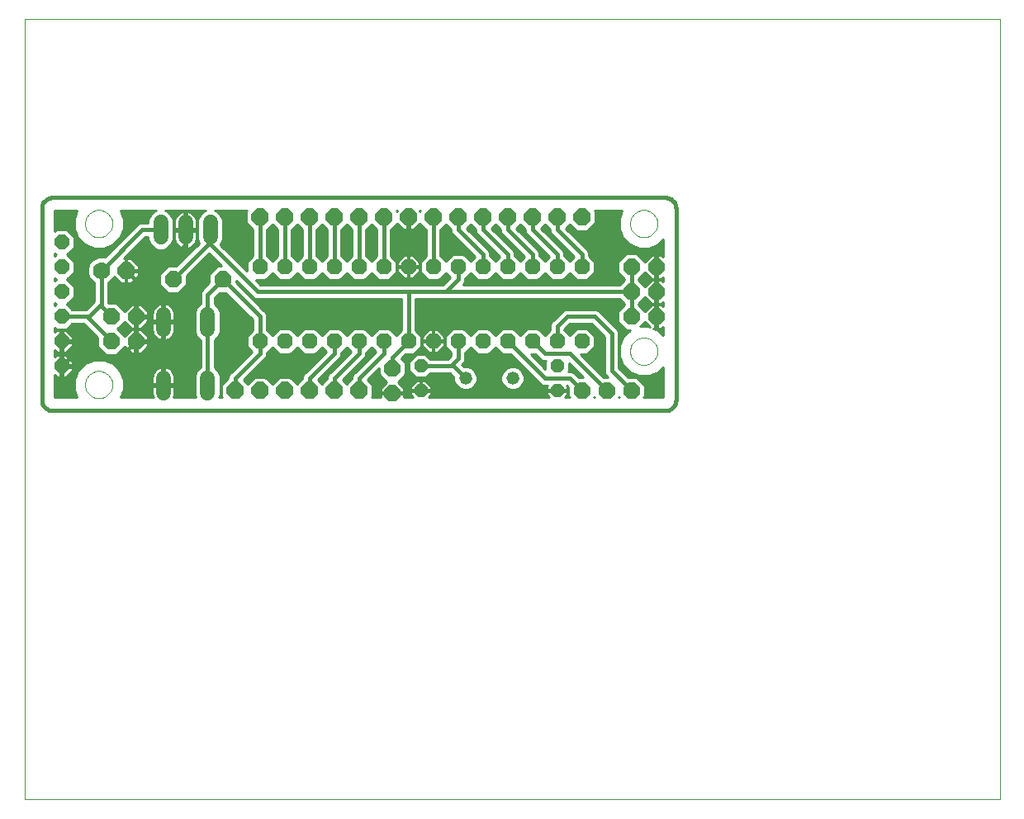
<source format=gtl>
G75*
G70*
%OFA0B0*%
%FSLAX24Y24*%
%IPPOS*%
%LPD*%
%AMOC8*
5,1,8,0,0,1.08239X$1,22.5*
%
%ADD10C,0.0000*%
%ADD11C,0.0160*%
%ADD12OC8,0.0630*%
%ADD13OC8,0.0660*%
%ADD14C,0.0600*%
%ADD15OC8,0.0700*%
%ADD16C,0.0700*%
%ADD17C,0.0520*%
%ADD18OC8,0.0520*%
%ADD19OC8,0.0600*%
%ADD20C,0.0100*%
D10*
X000101Y000101D02*
X000101Y031597D01*
X039471Y031597D01*
X039471Y000101D01*
X000101Y000101D01*
X002550Y016851D02*
X002552Y016898D01*
X002558Y016944D01*
X002568Y016990D01*
X002581Y017035D01*
X002599Y017078D01*
X002620Y017120D01*
X002644Y017160D01*
X002672Y017197D01*
X002703Y017232D01*
X002737Y017265D01*
X002773Y017294D01*
X002812Y017320D01*
X002853Y017343D01*
X002896Y017362D01*
X002940Y017378D01*
X002985Y017390D01*
X003031Y017398D01*
X003078Y017402D01*
X003124Y017402D01*
X003171Y017398D01*
X003217Y017390D01*
X003262Y017378D01*
X003306Y017362D01*
X003349Y017343D01*
X003390Y017320D01*
X003429Y017294D01*
X003465Y017265D01*
X003499Y017232D01*
X003530Y017197D01*
X003558Y017160D01*
X003582Y017120D01*
X003603Y017078D01*
X003621Y017035D01*
X003634Y016990D01*
X003644Y016944D01*
X003650Y016898D01*
X003652Y016851D01*
X003650Y016804D01*
X003644Y016758D01*
X003634Y016712D01*
X003621Y016667D01*
X003603Y016624D01*
X003582Y016582D01*
X003558Y016542D01*
X003530Y016505D01*
X003499Y016470D01*
X003465Y016437D01*
X003429Y016408D01*
X003390Y016382D01*
X003349Y016359D01*
X003306Y016340D01*
X003262Y016324D01*
X003217Y016312D01*
X003171Y016304D01*
X003124Y016300D01*
X003078Y016300D01*
X003031Y016304D01*
X002985Y016312D01*
X002940Y016324D01*
X002896Y016340D01*
X002853Y016359D01*
X002812Y016382D01*
X002773Y016408D01*
X002737Y016437D01*
X002703Y016470D01*
X002672Y016505D01*
X002644Y016542D01*
X002620Y016582D01*
X002599Y016624D01*
X002581Y016667D01*
X002568Y016712D01*
X002558Y016758D01*
X002552Y016804D01*
X002550Y016851D01*
X002550Y023351D02*
X002552Y023398D01*
X002558Y023444D01*
X002568Y023490D01*
X002581Y023535D01*
X002599Y023578D01*
X002620Y023620D01*
X002644Y023660D01*
X002672Y023697D01*
X002703Y023732D01*
X002737Y023765D01*
X002773Y023794D01*
X002812Y023820D01*
X002853Y023843D01*
X002896Y023862D01*
X002940Y023878D01*
X002985Y023890D01*
X003031Y023898D01*
X003078Y023902D01*
X003124Y023902D01*
X003171Y023898D01*
X003217Y023890D01*
X003262Y023878D01*
X003306Y023862D01*
X003349Y023843D01*
X003390Y023820D01*
X003429Y023794D01*
X003465Y023765D01*
X003499Y023732D01*
X003530Y023697D01*
X003558Y023660D01*
X003582Y023620D01*
X003603Y023578D01*
X003621Y023535D01*
X003634Y023490D01*
X003644Y023444D01*
X003650Y023398D01*
X003652Y023351D01*
X003650Y023304D01*
X003644Y023258D01*
X003634Y023212D01*
X003621Y023167D01*
X003603Y023124D01*
X003582Y023082D01*
X003558Y023042D01*
X003530Y023005D01*
X003499Y022970D01*
X003465Y022937D01*
X003429Y022908D01*
X003390Y022882D01*
X003349Y022859D01*
X003306Y022840D01*
X003262Y022824D01*
X003217Y022812D01*
X003171Y022804D01*
X003124Y022800D01*
X003078Y022800D01*
X003031Y022804D01*
X002985Y022812D01*
X002940Y022824D01*
X002896Y022840D01*
X002853Y022859D01*
X002812Y022882D01*
X002773Y022908D01*
X002737Y022937D01*
X002703Y022970D01*
X002672Y023005D01*
X002644Y023042D01*
X002620Y023082D01*
X002599Y023124D01*
X002581Y023167D01*
X002568Y023212D01*
X002558Y023258D01*
X002552Y023304D01*
X002550Y023351D01*
X024550Y023351D02*
X024552Y023398D01*
X024558Y023444D01*
X024568Y023490D01*
X024581Y023535D01*
X024599Y023578D01*
X024620Y023620D01*
X024644Y023660D01*
X024672Y023697D01*
X024703Y023732D01*
X024737Y023765D01*
X024773Y023794D01*
X024812Y023820D01*
X024853Y023843D01*
X024896Y023862D01*
X024940Y023878D01*
X024985Y023890D01*
X025031Y023898D01*
X025078Y023902D01*
X025124Y023902D01*
X025171Y023898D01*
X025217Y023890D01*
X025262Y023878D01*
X025306Y023862D01*
X025349Y023843D01*
X025390Y023820D01*
X025429Y023794D01*
X025465Y023765D01*
X025499Y023732D01*
X025530Y023697D01*
X025558Y023660D01*
X025582Y023620D01*
X025603Y023578D01*
X025621Y023535D01*
X025634Y023490D01*
X025644Y023444D01*
X025650Y023398D01*
X025652Y023351D01*
X025650Y023304D01*
X025644Y023258D01*
X025634Y023212D01*
X025621Y023167D01*
X025603Y023124D01*
X025582Y023082D01*
X025558Y023042D01*
X025530Y023005D01*
X025499Y022970D01*
X025465Y022937D01*
X025429Y022908D01*
X025390Y022882D01*
X025349Y022859D01*
X025306Y022840D01*
X025262Y022824D01*
X025217Y022812D01*
X025171Y022804D01*
X025124Y022800D01*
X025078Y022800D01*
X025031Y022804D01*
X024985Y022812D01*
X024940Y022824D01*
X024896Y022840D01*
X024853Y022859D01*
X024812Y022882D01*
X024773Y022908D01*
X024737Y022937D01*
X024703Y022970D01*
X024672Y023005D01*
X024644Y023042D01*
X024620Y023082D01*
X024599Y023124D01*
X024581Y023167D01*
X024568Y023212D01*
X024558Y023258D01*
X024552Y023304D01*
X024550Y023351D01*
X024550Y018201D02*
X024552Y018248D01*
X024558Y018294D01*
X024568Y018340D01*
X024581Y018385D01*
X024599Y018428D01*
X024620Y018470D01*
X024644Y018510D01*
X024672Y018547D01*
X024703Y018582D01*
X024737Y018615D01*
X024773Y018644D01*
X024812Y018670D01*
X024853Y018693D01*
X024896Y018712D01*
X024940Y018728D01*
X024985Y018740D01*
X025031Y018748D01*
X025078Y018752D01*
X025124Y018752D01*
X025171Y018748D01*
X025217Y018740D01*
X025262Y018728D01*
X025306Y018712D01*
X025349Y018693D01*
X025390Y018670D01*
X025429Y018644D01*
X025465Y018615D01*
X025499Y018582D01*
X025530Y018547D01*
X025558Y018510D01*
X025582Y018470D01*
X025603Y018428D01*
X025621Y018385D01*
X025634Y018340D01*
X025644Y018294D01*
X025650Y018248D01*
X025652Y018201D01*
X025650Y018154D01*
X025644Y018108D01*
X025634Y018062D01*
X025621Y018017D01*
X025603Y017974D01*
X025582Y017932D01*
X025558Y017892D01*
X025530Y017855D01*
X025499Y017820D01*
X025465Y017787D01*
X025429Y017758D01*
X025390Y017732D01*
X025349Y017709D01*
X025306Y017690D01*
X025262Y017674D01*
X025217Y017662D01*
X025171Y017654D01*
X025124Y017650D01*
X025078Y017650D01*
X025031Y017654D01*
X024985Y017662D01*
X024940Y017674D01*
X024896Y017690D01*
X024853Y017709D01*
X024812Y017732D01*
X024773Y017758D01*
X024737Y017787D01*
X024703Y017820D01*
X024672Y017855D01*
X024644Y017892D01*
X024620Y017932D01*
X024599Y017974D01*
X024581Y018017D01*
X024568Y018062D01*
X024558Y018108D01*
X024552Y018154D01*
X024550Y018201D01*
D11*
X023801Y018901D02*
X023101Y019601D01*
X022001Y019601D01*
X021601Y019201D01*
X021601Y018601D01*
X021101Y018101D02*
X022101Y018101D01*
X023601Y016601D01*
X023801Y017401D02*
X023801Y018901D01*
X024601Y019601D02*
X024601Y020601D01*
X024601Y021601D01*
X024601Y020601D02*
X017101Y020601D01*
X017601Y021101D01*
X017601Y021601D01*
X018601Y021601D02*
X018601Y022101D01*
X017601Y023101D01*
X017601Y023601D01*
X018601Y023601D02*
X018601Y023101D01*
X019601Y022101D01*
X019601Y021601D01*
X020601Y021601D02*
X020601Y022101D01*
X019601Y023101D01*
X019601Y023601D01*
X020601Y023601D02*
X020601Y023101D01*
X021601Y022101D01*
X021601Y021601D01*
X022601Y021601D02*
X022601Y022101D01*
X021601Y023101D01*
X021601Y023601D01*
X025977Y024401D02*
X026016Y024399D01*
X026055Y024394D01*
X026093Y024385D01*
X026130Y024372D01*
X026166Y024357D01*
X026200Y024337D01*
X026233Y024315D01*
X026263Y024290D01*
X026290Y024263D01*
X026315Y024233D01*
X026337Y024200D01*
X026357Y024166D01*
X026372Y024130D01*
X026385Y024093D01*
X026394Y024055D01*
X026399Y024016D01*
X026401Y023977D01*
X026401Y016225D01*
X026399Y016186D01*
X026394Y016147D01*
X026385Y016109D01*
X026372Y016072D01*
X026357Y016036D01*
X026337Y016002D01*
X026315Y015969D01*
X026290Y015939D01*
X026263Y015912D01*
X026233Y015887D01*
X026200Y015865D01*
X026166Y015845D01*
X026130Y015830D01*
X026093Y015817D01*
X026055Y015808D01*
X026016Y015803D01*
X025977Y015801D01*
X001225Y015801D01*
X001186Y015803D01*
X001147Y015808D01*
X001109Y015817D01*
X001072Y015830D01*
X001036Y015845D01*
X001002Y015865D01*
X000969Y015887D01*
X000939Y015912D01*
X000912Y015939D01*
X000887Y015969D01*
X000865Y016002D01*
X000845Y016036D01*
X000830Y016072D01*
X000817Y016109D01*
X000808Y016147D01*
X000803Y016186D01*
X000801Y016225D01*
X000801Y023977D01*
X000803Y024016D01*
X000808Y024055D01*
X000817Y024093D01*
X000830Y024130D01*
X000845Y024166D01*
X000865Y024200D01*
X000887Y024233D01*
X000912Y024263D01*
X000939Y024290D01*
X000969Y024315D01*
X001002Y024337D01*
X001036Y024357D01*
X001072Y024372D01*
X001109Y024385D01*
X001147Y024394D01*
X001186Y024399D01*
X001225Y024401D01*
X025977Y024401D01*
X020601Y018601D02*
X021101Y018101D01*
X021101Y017101D02*
X022101Y017101D01*
X022601Y016601D01*
X023801Y017401D02*
X024601Y016601D01*
X021101Y017101D02*
X019601Y018601D01*
X017601Y018601D02*
X017601Y017901D01*
X017301Y017601D01*
X017401Y017601D01*
X017901Y017101D01*
X017301Y017601D02*
X016101Y017601D01*
X015601Y018601D02*
X015601Y020601D01*
X017101Y020601D01*
X016601Y021601D02*
X016601Y023601D01*
X014601Y023601D02*
X014601Y021601D01*
X013601Y021601D02*
X013601Y023601D01*
X012601Y023601D02*
X012601Y021601D01*
X011601Y021601D02*
X011601Y023601D01*
X010601Y023601D02*
X010601Y021601D01*
X009601Y021601D02*
X009601Y023601D01*
X007601Y023101D02*
X007601Y022601D01*
X007601Y022501D01*
X009501Y020601D01*
X015601Y020601D01*
X015601Y018601D02*
X014951Y017951D01*
X014951Y017501D01*
X014601Y018101D02*
X013601Y017101D01*
X013601Y016601D01*
X012601Y016601D02*
X012601Y017101D01*
X013601Y018101D01*
X013601Y018601D01*
X014601Y018601D02*
X014601Y018101D01*
X012601Y018101D02*
X011601Y017101D01*
X011601Y016601D01*
X012601Y018101D02*
X012601Y018601D01*
X009601Y018601D02*
X009601Y018101D01*
X008601Y017101D01*
X008601Y016601D01*
X007491Y016821D02*
X007491Y019381D01*
X007491Y020491D01*
X008101Y021101D01*
X009601Y019601D01*
X009601Y018601D01*
X006101Y021101D02*
X007601Y022601D01*
X006601Y022501D02*
X006601Y023101D01*
X006601Y022501D02*
X004951Y020851D01*
X005711Y020091D01*
X005711Y019381D01*
X005711Y016821D01*
X004601Y018601D02*
X003901Y017901D01*
X003201Y017901D01*
X002501Y018601D01*
X001601Y018601D01*
X001901Y017901D02*
X003201Y017901D01*
X003601Y018601D02*
X002601Y019601D01*
X002701Y019601D01*
X003201Y020101D01*
X003201Y021451D01*
X004851Y023101D01*
X005601Y023101D01*
X004201Y021451D02*
X004601Y021051D01*
X004601Y020501D01*
X004951Y020851D01*
X004601Y020501D02*
X004601Y019601D01*
X004601Y018601D01*
X003601Y019601D02*
X003201Y020001D01*
X003201Y020101D01*
X002601Y019601D02*
X001601Y019601D01*
X001901Y017901D02*
X001601Y017601D01*
D12*
X009601Y018601D03*
X010601Y018601D03*
X011601Y018601D03*
X012601Y018601D03*
X013601Y018601D03*
X014601Y018601D03*
X015601Y018601D03*
X016601Y018601D03*
X017601Y018601D03*
X018601Y018601D03*
X019601Y018601D03*
X020601Y018601D03*
X021601Y018601D03*
X022601Y018601D03*
X022601Y021601D03*
X021601Y021601D03*
X020601Y021601D03*
X019601Y021601D03*
X018601Y021601D03*
X017601Y021601D03*
X016601Y021601D03*
X015601Y021601D03*
X014601Y021601D03*
X013601Y021601D03*
X012601Y021601D03*
X011601Y021601D03*
X010601Y021601D03*
X009601Y021601D03*
D13*
X008101Y021101D03*
X006101Y021101D03*
X004601Y019601D03*
X003601Y019601D03*
X003601Y018601D03*
X004601Y018601D03*
X014951Y017501D03*
X014951Y016501D03*
X022601Y016601D03*
X023601Y016601D03*
X024601Y016601D03*
X024601Y019601D03*
X025601Y019601D03*
X025601Y020601D03*
X024601Y020601D03*
X024601Y021601D03*
X025601Y021601D03*
D14*
X007601Y022801D02*
X007601Y023401D01*
X006601Y023401D02*
X006601Y022801D01*
X005601Y022801D02*
X005601Y023401D01*
X005711Y019681D02*
X005711Y019081D01*
X007491Y019081D02*
X007491Y019681D01*
X007491Y017121D02*
X007491Y016521D01*
X005711Y016521D02*
X005711Y017121D01*
D15*
X008601Y016601D03*
X009601Y016601D03*
X010601Y016601D03*
X011601Y016601D03*
X012601Y016601D03*
X013601Y016601D03*
X013601Y023601D03*
X014601Y023601D03*
X015601Y023601D03*
X016601Y023601D03*
X017601Y023601D03*
X018601Y023601D03*
X019601Y023601D03*
X020601Y023601D03*
X021601Y023601D03*
X022601Y023601D03*
X012601Y023601D03*
X011601Y023601D03*
X010601Y023601D03*
X009601Y023601D03*
X004201Y021451D03*
D16*
X003201Y021451D03*
D17*
X017901Y017101D03*
X019801Y017101D03*
D18*
X021601Y017601D03*
X021601Y016601D03*
X016101Y016601D03*
X016101Y017601D03*
D19*
X001601Y017601D03*
X001601Y018601D03*
X001601Y019601D03*
X001601Y020601D03*
X001601Y021601D03*
X001601Y022601D03*
D20*
X001960Y022963D02*
X002178Y022963D01*
X002137Y023061D02*
X001861Y023061D01*
X001812Y023111D02*
X001390Y023111D01*
X001331Y023052D01*
X001331Y023871D01*
X002233Y023871D01*
X002100Y023550D01*
X002100Y023152D01*
X002252Y022784D01*
X002534Y022502D01*
X002902Y022350D01*
X003300Y022350D01*
X003668Y022502D01*
X003950Y022784D01*
X004102Y023152D01*
X004102Y023550D01*
X003969Y023871D01*
X005403Y023871D01*
X005312Y023833D01*
X005168Y023690D01*
X005091Y023502D01*
X005091Y023391D01*
X004908Y023391D01*
X004793Y023391D01*
X004686Y023347D01*
X003339Y021999D01*
X003312Y022011D01*
X003089Y022011D01*
X002884Y021926D01*
X002726Y021768D01*
X002641Y021562D01*
X002641Y021339D01*
X002726Y021134D01*
X002884Y020976D01*
X002911Y020965D01*
X002911Y020221D01*
X002581Y019891D01*
X002543Y019891D01*
X002032Y019891D01*
X001822Y020101D01*
X002111Y020390D01*
X002111Y020812D01*
X001822Y021101D01*
X002111Y021390D01*
X002111Y021812D01*
X001822Y022101D01*
X002111Y022390D01*
X002111Y022812D01*
X001812Y023111D01*
X002100Y023160D02*
X001331Y023160D01*
X001331Y023258D02*
X002100Y023258D01*
X002100Y023357D02*
X001331Y023357D01*
X001331Y023456D02*
X002100Y023456D01*
X002101Y023554D02*
X001331Y023554D01*
X001331Y023653D02*
X002142Y023653D01*
X002183Y023751D02*
X001331Y023751D01*
X001331Y023850D02*
X002224Y023850D01*
X002219Y022864D02*
X002058Y022864D01*
X002111Y022766D02*
X002270Y022766D01*
X002368Y022667D02*
X002111Y022667D01*
X002111Y022569D02*
X002467Y022569D01*
X002611Y022470D02*
X002111Y022470D01*
X002093Y022372D02*
X002849Y022372D01*
X003009Y021977D02*
X001945Y021977D01*
X002044Y021879D02*
X002837Y021879D01*
X002738Y021780D02*
X002111Y021780D01*
X002111Y021682D02*
X002690Y021682D01*
X002650Y021583D02*
X002111Y021583D01*
X002111Y021485D02*
X002641Y021485D01*
X002641Y021386D02*
X002107Y021386D01*
X002009Y021288D02*
X002662Y021288D01*
X002703Y021189D02*
X001910Y021189D01*
X001832Y021091D02*
X002769Y021091D01*
X002868Y020992D02*
X001931Y020992D01*
X002029Y020893D02*
X002911Y020893D01*
X002911Y020795D02*
X002111Y020795D01*
X002111Y020696D02*
X002911Y020696D01*
X002911Y020598D02*
X002111Y020598D01*
X002111Y020499D02*
X002911Y020499D01*
X002911Y020401D02*
X002111Y020401D01*
X002023Y020302D02*
X002911Y020302D01*
X002894Y020204D02*
X001925Y020204D01*
X001826Y020105D02*
X002795Y020105D01*
X002696Y020007D02*
X001916Y020007D01*
X002015Y019908D02*
X002598Y019908D01*
X002481Y019311D02*
X002032Y019311D01*
X001812Y019091D01*
X001390Y019091D01*
X001331Y019150D01*
X001331Y018967D01*
X001414Y019051D01*
X001551Y019051D01*
X001551Y018651D01*
X001651Y018651D01*
X001651Y019051D01*
X001787Y019051D01*
X002051Y018787D01*
X002051Y018651D01*
X001651Y018651D01*
X001651Y018551D01*
X002051Y018551D01*
X002051Y018414D01*
X001787Y018151D01*
X001651Y018151D01*
X001651Y018551D01*
X001551Y018551D01*
X001551Y018151D01*
X001414Y018151D01*
X001331Y018234D01*
X001331Y017967D01*
X001414Y018051D01*
X001551Y018051D01*
X001551Y017651D01*
X001651Y017651D01*
X001651Y018051D01*
X001787Y018051D01*
X002051Y017787D01*
X002051Y017651D01*
X001651Y017651D01*
X001651Y017551D01*
X002051Y017551D01*
X002051Y017414D01*
X001787Y017151D01*
X001651Y017151D01*
X001651Y017551D01*
X001551Y017551D01*
X001551Y017151D01*
X001414Y017151D01*
X001331Y017234D01*
X001331Y016331D01*
X002233Y016331D01*
X002100Y016652D01*
X002100Y017050D01*
X001331Y017050D01*
X001331Y016952D02*
X002100Y016952D01*
X002100Y017050D02*
X002252Y017418D01*
X002534Y017700D01*
X002902Y017852D01*
X003300Y017852D01*
X003668Y017700D01*
X003950Y017418D01*
X004102Y017050D01*
X004102Y016652D01*
X003969Y016331D01*
X005303Y016331D01*
X005294Y016348D01*
X005272Y016415D01*
X005261Y016485D01*
X005261Y016771D01*
X005661Y016771D01*
X005661Y016871D01*
X005661Y017568D01*
X005605Y017560D01*
X005538Y017538D01*
X005475Y017506D01*
X005418Y017464D01*
X005368Y017414D01*
X005326Y017357D01*
X005294Y017294D01*
X005272Y017226D01*
X005261Y017156D01*
X005261Y016871D01*
X005661Y016871D01*
X005761Y016871D01*
X005761Y017568D01*
X005816Y017560D01*
X005884Y017538D01*
X005947Y017506D01*
X006004Y017464D01*
X006054Y017414D01*
X006096Y017357D01*
X006128Y017294D01*
X006150Y017226D01*
X006161Y017156D01*
X006161Y016871D01*
X005761Y016871D01*
X005761Y016771D01*
X006161Y016771D01*
X006161Y016485D01*
X006150Y016415D01*
X006128Y016348D01*
X006119Y016331D01*
X007017Y016331D01*
X006981Y016419D01*
X006981Y017222D01*
X007058Y017410D01*
X007201Y017552D01*
X007201Y018650D01*
X007058Y018792D01*
X006981Y018979D01*
X006981Y019782D01*
X007058Y019970D01*
X007201Y020112D01*
X007201Y020433D01*
X007201Y020548D01*
X007245Y020655D01*
X007561Y020971D01*
X007561Y021324D01*
X007877Y021641D01*
X008051Y021641D01*
X007551Y022141D01*
X006641Y021231D01*
X006641Y020877D01*
X006324Y020561D01*
X005877Y020561D01*
X005561Y020877D01*
X005561Y021324D01*
X005877Y021641D01*
X006231Y021641D01*
X007149Y022559D01*
X007091Y022699D01*
X007091Y023502D01*
X007168Y023690D01*
X007312Y023833D01*
X007403Y023871D01*
X005799Y023871D01*
X005890Y023833D01*
X006033Y023690D01*
X006111Y023502D01*
X006111Y022699D01*
X006033Y022512D01*
X005890Y022368D01*
X005702Y022291D01*
X005499Y022291D01*
X005312Y022368D01*
X005168Y022512D01*
X005091Y022699D01*
X005091Y022811D01*
X004971Y022811D01*
X004111Y021951D01*
X004171Y021951D01*
X004171Y021481D01*
X004231Y021481D01*
X004231Y021951D01*
X004408Y021951D01*
X004701Y021658D01*
X004701Y021481D01*
X004231Y021481D01*
X004231Y021421D01*
X004701Y021421D01*
X004701Y021244D01*
X004408Y020951D01*
X004231Y020951D01*
X004231Y021421D01*
X004171Y021421D01*
X004171Y020951D01*
X003994Y020951D01*
X003715Y021229D01*
X003676Y021134D01*
X003518Y020976D01*
X003491Y020965D01*
X003491Y020158D01*
X003491Y020141D01*
X003824Y020141D01*
X004141Y019824D01*
X004141Y019819D01*
X004402Y020081D01*
X004551Y020081D01*
X004551Y019651D01*
X004651Y019651D01*
X004651Y020081D01*
X004800Y020081D01*
X005081Y019800D01*
X005081Y019651D01*
X004651Y019651D01*
X004651Y019551D01*
X005081Y019551D01*
X005081Y019402D01*
X004800Y019121D01*
X004651Y019121D01*
X004651Y019551D01*
X004551Y019551D01*
X004551Y019121D01*
X004402Y019121D01*
X004141Y019382D01*
X004141Y019377D01*
X003864Y019101D01*
X004141Y018824D01*
X004145Y018824D01*
X004141Y018824D02*
X004141Y018819D01*
X004402Y019081D01*
X004551Y019081D01*
X004551Y018651D01*
X004651Y018651D01*
X004651Y019081D01*
X004800Y019081D01*
X005081Y018800D01*
X005081Y018651D01*
X004651Y018651D01*
X004651Y018551D01*
X005081Y018551D01*
X005081Y018402D01*
X004800Y018121D01*
X004651Y018121D01*
X004651Y018551D01*
X004551Y018551D01*
X004551Y018121D01*
X004402Y018121D01*
X004141Y018382D01*
X004141Y018377D01*
X003824Y018061D01*
X003377Y018061D01*
X003061Y018377D01*
X003061Y018731D01*
X002481Y019311D01*
X002573Y019218D02*
X001939Y019218D01*
X001841Y019120D02*
X002672Y019120D01*
X002770Y019021D02*
X001817Y019021D01*
X001915Y018923D02*
X002869Y018923D01*
X002967Y018824D02*
X002014Y018824D01*
X002051Y018725D02*
X003061Y018725D01*
X003061Y018627D02*
X001651Y018627D01*
X001651Y018725D02*
X001551Y018725D01*
X001551Y018824D02*
X001651Y018824D01*
X001651Y018923D02*
X001551Y018923D01*
X001551Y019021D02*
X001651Y019021D01*
X001385Y019021D02*
X001331Y019021D01*
X001331Y019120D02*
X001361Y019120D01*
X001551Y018528D02*
X001651Y018528D01*
X001651Y018430D02*
X001551Y018430D01*
X001551Y018331D02*
X001651Y018331D01*
X001651Y018233D02*
X001551Y018233D01*
X001551Y018036D02*
X001651Y018036D01*
X001651Y017937D02*
X001551Y017937D01*
X001551Y017839D02*
X001651Y017839D01*
X001651Y017740D02*
X001551Y017740D01*
X001651Y017641D02*
X002476Y017641D01*
X002377Y017543D02*
X002051Y017543D01*
X002051Y017444D02*
X002279Y017444D01*
X002222Y017346D02*
X001982Y017346D01*
X001884Y017247D02*
X002181Y017247D01*
X002141Y017149D02*
X001331Y017149D01*
X001551Y017247D02*
X001651Y017247D01*
X001651Y017346D02*
X001551Y017346D01*
X001551Y017444D02*
X001651Y017444D01*
X001651Y017543D02*
X001551Y017543D01*
X001399Y018036D02*
X001331Y018036D01*
X001331Y018134D02*
X003304Y018134D01*
X003205Y018233D02*
X001869Y018233D01*
X001968Y018331D02*
X003107Y018331D01*
X003061Y018430D02*
X002051Y018430D01*
X002051Y018528D02*
X003061Y018528D01*
X002869Y017839D02*
X001999Y017839D01*
X002051Y017740D02*
X002631Y017740D01*
X003332Y017839D02*
X007201Y017839D01*
X007201Y017937D02*
X001901Y017937D01*
X001802Y018036D02*
X007201Y018036D01*
X007201Y018134D02*
X004813Y018134D01*
X004912Y018233D02*
X007201Y018233D01*
X007201Y018331D02*
X005010Y018331D01*
X005081Y018430D02*
X007201Y018430D01*
X007201Y018528D02*
X005081Y018528D01*
X005081Y018725D02*
X005434Y018725D01*
X005418Y018738D02*
X005475Y018696D01*
X005538Y018664D01*
X005605Y018642D01*
X005661Y018633D01*
X005661Y019331D01*
X005761Y019331D01*
X005761Y019431D01*
X006161Y019431D01*
X006161Y019716D01*
X006150Y019786D01*
X006128Y019854D01*
X006096Y019917D01*
X006054Y019974D01*
X006004Y020024D01*
X005947Y020066D01*
X005884Y020098D01*
X005816Y020120D01*
X005761Y020128D01*
X005761Y019431D01*
X005661Y019431D01*
X005661Y020128D01*
X005605Y020120D01*
X005538Y020098D01*
X005475Y020066D01*
X005418Y020024D01*
X005368Y019974D01*
X005326Y019917D01*
X005294Y019854D01*
X005272Y019786D01*
X005261Y019716D01*
X005261Y019431D01*
X005661Y019431D01*
X005661Y019331D01*
X005261Y019331D01*
X005261Y019045D01*
X005272Y018975D01*
X005294Y018908D01*
X005326Y018845D01*
X005368Y018788D01*
X005418Y018738D01*
X005341Y018824D02*
X005056Y018824D01*
X004958Y018923D02*
X005289Y018923D01*
X005265Y019021D02*
X004859Y019021D01*
X004897Y019218D02*
X005261Y019218D01*
X005261Y019120D02*
X003883Y019120D01*
X003944Y019021D02*
X004342Y019021D01*
X004244Y018923D02*
X004043Y018923D01*
X003982Y019218D02*
X004305Y019218D01*
X004206Y019317D02*
X004080Y019317D01*
X004551Y019317D02*
X004651Y019317D01*
X004651Y019415D02*
X004551Y019415D01*
X004551Y019514D02*
X004651Y019514D01*
X004651Y019612D02*
X005261Y019612D01*
X005261Y019514D02*
X005081Y019514D01*
X005081Y019415D02*
X005661Y019415D01*
X005661Y019317D02*
X005761Y019317D01*
X005761Y019331D02*
X005761Y018633D01*
X005816Y018642D01*
X005884Y018664D01*
X005947Y018696D01*
X006004Y018738D01*
X006054Y018788D01*
X006096Y018845D01*
X006128Y018908D01*
X006150Y018975D01*
X006161Y019045D01*
X006161Y019331D01*
X005761Y019331D01*
X005761Y019415D02*
X006981Y019415D01*
X006981Y019317D02*
X006161Y019317D01*
X006161Y019218D02*
X006981Y019218D01*
X006981Y019120D02*
X006161Y019120D01*
X006157Y019021D02*
X006981Y019021D01*
X007004Y018923D02*
X006132Y018923D01*
X006080Y018824D02*
X007045Y018824D01*
X007125Y018725D02*
X005987Y018725D01*
X005761Y018725D02*
X005661Y018725D01*
X005661Y018824D02*
X005761Y018824D01*
X005761Y018923D02*
X005661Y018923D01*
X005661Y019021D02*
X005761Y019021D01*
X005761Y019120D02*
X005661Y019120D01*
X005661Y019218D02*
X005761Y019218D01*
X005761Y019514D02*
X005661Y019514D01*
X005661Y019612D02*
X005761Y019612D01*
X005761Y019711D02*
X005661Y019711D01*
X005661Y019809D02*
X005761Y019809D01*
X005761Y019908D02*
X005661Y019908D01*
X005661Y020007D02*
X005761Y020007D01*
X005761Y020105D02*
X005661Y020105D01*
X005560Y020105D02*
X003860Y020105D01*
X003959Y020007D02*
X004328Y020007D01*
X004229Y019908D02*
X004057Y019908D01*
X004551Y019908D02*
X004651Y019908D01*
X004651Y019809D02*
X004551Y019809D01*
X004551Y019711D02*
X004651Y019711D01*
X004651Y020007D02*
X004551Y020007D01*
X004874Y020007D02*
X005400Y020007D01*
X005322Y019908D02*
X004972Y019908D01*
X005071Y019809D02*
X005279Y019809D01*
X005261Y019711D02*
X005081Y019711D01*
X004996Y019317D02*
X005261Y019317D01*
X004651Y019218D02*
X004551Y019218D01*
X004551Y019021D02*
X004651Y019021D01*
X004651Y018923D02*
X004551Y018923D01*
X004551Y018824D02*
X004651Y018824D01*
X004651Y018725D02*
X004551Y018725D01*
X004651Y018627D02*
X007201Y018627D01*
X007781Y018627D02*
X009076Y018627D01*
X009076Y018725D02*
X007857Y018725D01*
X007923Y018792D02*
X007781Y018650D01*
X007781Y017552D01*
X007923Y017410D01*
X008001Y017222D01*
X008001Y016419D01*
X007964Y016331D01*
X008079Y016331D01*
X008041Y016369D01*
X008041Y016833D01*
X008311Y017103D01*
X008311Y017158D01*
X008355Y017265D01*
X008436Y017347D01*
X009275Y018185D01*
X009076Y018383D01*
X009076Y018818D01*
X009311Y019053D01*
X009311Y019481D01*
X008231Y020561D01*
X007971Y020561D01*
X007781Y020371D01*
X007781Y020112D01*
X007923Y019970D01*
X008001Y019782D01*
X008001Y018979D01*
X007923Y018792D01*
X007936Y018824D02*
X009082Y018824D01*
X009180Y018923D02*
X007977Y018923D01*
X008001Y019021D02*
X009279Y019021D01*
X009311Y019120D02*
X008001Y019120D01*
X008001Y019218D02*
X009311Y019218D01*
X009311Y019317D02*
X008001Y019317D01*
X008001Y019415D02*
X009311Y019415D01*
X009278Y019514D02*
X008001Y019514D01*
X008001Y019612D02*
X009179Y019612D01*
X009081Y019711D02*
X008001Y019711D01*
X007989Y019809D02*
X008982Y019809D01*
X008883Y019908D02*
X007949Y019908D01*
X007886Y020007D02*
X008785Y020007D01*
X008686Y020105D02*
X007788Y020105D01*
X007781Y020204D02*
X008588Y020204D01*
X008489Y020302D02*
X007781Y020302D01*
X007811Y020401D02*
X008391Y020401D01*
X008292Y020499D02*
X007909Y020499D01*
X007483Y020893D02*
X006641Y020893D01*
X006641Y020992D02*
X007561Y020992D01*
X007561Y021091D02*
X006641Y021091D01*
X006641Y021189D02*
X007561Y021189D01*
X007561Y021288D02*
X006698Y021288D01*
X006796Y021386D02*
X007623Y021386D01*
X007721Y021485D02*
X006895Y021485D01*
X006993Y021583D02*
X007820Y021583D01*
X008010Y021682D02*
X007092Y021682D01*
X007190Y021780D02*
X007911Y021780D01*
X007813Y021879D02*
X007289Y021879D01*
X007387Y021977D02*
X007714Y021977D01*
X007615Y022076D02*
X007486Y022076D01*
X007060Y022470D02*
X006906Y022470D01*
X006894Y022458D02*
X006944Y022508D01*
X006986Y022565D01*
X007018Y022628D01*
X007040Y022695D01*
X007051Y022765D01*
X007051Y023051D01*
X006651Y023051D01*
X006651Y023151D01*
X007051Y023151D01*
X007051Y023436D01*
X007040Y023506D01*
X007018Y023574D01*
X006986Y023637D01*
X006944Y023694D01*
X006894Y023744D01*
X006837Y023786D01*
X006774Y023818D01*
X006706Y023840D01*
X006651Y023848D01*
X006651Y023151D01*
X006551Y023151D01*
X006551Y023848D01*
X006495Y023840D01*
X006428Y023818D01*
X006365Y023786D01*
X006308Y023744D01*
X006258Y023694D01*
X006216Y023637D01*
X006184Y023574D01*
X006162Y023506D01*
X006151Y023436D01*
X006151Y023151D01*
X006551Y023151D01*
X006551Y023051D01*
X006651Y023051D01*
X006651Y022353D01*
X006706Y022362D01*
X006774Y022384D01*
X006837Y022416D01*
X006894Y022458D01*
X006961Y022372D02*
X006736Y022372D01*
X006651Y022372D02*
X006551Y022372D01*
X006551Y022353D02*
X006551Y023051D01*
X006151Y023051D01*
X006151Y022765D01*
X006162Y022695D01*
X006184Y022628D01*
X006216Y022565D01*
X006258Y022508D01*
X006308Y022458D01*
X006365Y022416D01*
X006428Y022384D01*
X006495Y022362D01*
X006551Y022353D01*
X006465Y022372D02*
X005893Y022372D01*
X005991Y022470D02*
X006295Y022470D01*
X006214Y022569D02*
X006057Y022569D01*
X006097Y022667D02*
X006171Y022667D01*
X006151Y022766D02*
X006111Y022766D01*
X006111Y022864D02*
X006151Y022864D01*
X006151Y022963D02*
X006111Y022963D01*
X006111Y023061D02*
X006551Y023061D01*
X006551Y022963D02*
X006651Y022963D01*
X006651Y023061D02*
X007091Y023061D01*
X007091Y022963D02*
X007051Y022963D01*
X007051Y022864D02*
X007091Y022864D01*
X007091Y022766D02*
X007051Y022766D01*
X007031Y022667D02*
X007104Y022667D01*
X007145Y022569D02*
X006988Y022569D01*
X006863Y022273D02*
X004433Y022273D01*
X004335Y022174D02*
X006764Y022174D01*
X006666Y022076D02*
X004236Y022076D01*
X004137Y021977D02*
X006567Y021977D01*
X006469Y021879D02*
X004480Y021879D01*
X004578Y021780D02*
X006370Y021780D01*
X006272Y021682D02*
X004677Y021682D01*
X004701Y021583D02*
X005820Y021583D01*
X005721Y021485D02*
X004701Y021485D01*
X004701Y021386D02*
X005623Y021386D01*
X005561Y021288D02*
X004701Y021288D01*
X004646Y021189D02*
X005561Y021189D01*
X005561Y021091D02*
X004548Y021091D01*
X004449Y020992D02*
X005561Y020992D01*
X005561Y020893D02*
X003491Y020893D01*
X003491Y020795D02*
X005643Y020795D01*
X005742Y020696D02*
X003491Y020696D01*
X003491Y020598D02*
X005840Y020598D01*
X005861Y020105D02*
X007194Y020105D01*
X007201Y020204D02*
X003491Y020204D01*
X003491Y020302D02*
X007201Y020302D01*
X007201Y020401D02*
X003491Y020401D01*
X003491Y020499D02*
X007201Y020499D01*
X007221Y020598D02*
X006361Y020598D01*
X006460Y020696D02*
X007286Y020696D01*
X007385Y020795D02*
X006559Y020795D01*
X007095Y020007D02*
X006021Y020007D01*
X006100Y019908D02*
X007033Y019908D01*
X006992Y019809D02*
X006142Y019809D01*
X006161Y019711D02*
X006981Y019711D01*
X006981Y019612D02*
X006161Y019612D01*
X006161Y019514D02*
X006981Y019514D01*
X007781Y018528D02*
X009076Y018528D01*
X009076Y018430D02*
X007781Y018430D01*
X007781Y018331D02*
X009128Y018331D01*
X009226Y018233D02*
X007781Y018233D01*
X007781Y018134D02*
X009224Y018134D01*
X009126Y018036D02*
X007781Y018036D01*
X007781Y017937D02*
X009027Y017937D01*
X008929Y017839D02*
X007781Y017839D01*
X007781Y017740D02*
X008830Y017740D01*
X008731Y017641D02*
X007781Y017641D01*
X007790Y017543D02*
X008633Y017543D01*
X008534Y017444D02*
X007888Y017444D01*
X007950Y017346D02*
X008436Y017346D01*
X008348Y017247D02*
X007990Y017247D01*
X008001Y017149D02*
X008311Y017149D01*
X008258Y017050D02*
X008001Y017050D01*
X008001Y016952D02*
X008160Y016952D01*
X008061Y016853D02*
X008001Y016853D01*
X008001Y016755D02*
X008041Y016755D01*
X008041Y016656D02*
X008001Y016656D01*
X008001Y016558D02*
X008041Y016558D01*
X008041Y016459D02*
X008001Y016459D01*
X007976Y016360D02*
X008049Y016360D01*
X008952Y017042D02*
X009847Y017936D01*
X009891Y018043D01*
X009891Y018148D01*
X010101Y018358D01*
X010383Y018076D01*
X010818Y018076D01*
X011101Y018358D01*
X011383Y018076D01*
X011818Y018076D01*
X012101Y018358D01*
X012275Y018185D01*
X011437Y017347D01*
X011436Y017347D01*
X011355Y017265D01*
X011311Y017158D01*
X011311Y017103D01*
X011101Y016893D01*
X010833Y017161D01*
X010369Y017161D01*
X010101Y016893D01*
X009833Y017161D01*
X009369Y017161D01*
X009101Y016893D01*
X008952Y017042D01*
X008960Y017050D02*
X009258Y017050D01*
X009160Y016952D02*
X009042Y016952D01*
X009059Y017149D02*
X009357Y017149D01*
X009256Y017346D02*
X011436Y017346D01*
X011348Y017247D02*
X009157Y017247D01*
X009354Y017444D02*
X011534Y017444D01*
X011633Y017543D02*
X009453Y017543D01*
X009552Y017641D02*
X011731Y017641D01*
X011830Y017740D02*
X009650Y017740D01*
X009749Y017839D02*
X011929Y017839D01*
X012027Y017937D02*
X009847Y017937D01*
X009888Y018036D02*
X012126Y018036D01*
X012224Y018134D02*
X011877Y018134D01*
X011975Y018233D02*
X012226Y018233D01*
X012128Y018331D02*
X012074Y018331D01*
X012101Y018843D02*
X011818Y019126D01*
X011383Y019126D01*
X011101Y018843D01*
X010818Y019126D01*
X010383Y019126D01*
X010101Y018843D01*
X009891Y019053D01*
X009891Y019658D01*
X009847Y019765D01*
X009765Y019847D01*
X008641Y020971D01*
X008641Y021051D01*
X009336Y020355D01*
X009443Y020311D01*
X009558Y020311D01*
X015311Y020311D01*
X015311Y019053D01*
X015101Y018843D01*
X014818Y019126D01*
X014383Y019126D01*
X014101Y018843D01*
X013818Y019126D01*
X013383Y019126D01*
X013101Y018843D01*
X012818Y019126D01*
X012383Y019126D01*
X012101Y018843D01*
X012180Y018923D02*
X012021Y018923D01*
X011923Y019021D02*
X012279Y019021D01*
X012377Y019120D02*
X011824Y019120D01*
X011377Y019120D02*
X010824Y019120D01*
X010923Y019021D02*
X011279Y019021D01*
X011180Y018923D02*
X011021Y018923D01*
X010377Y019120D02*
X009891Y019120D01*
X009891Y019218D02*
X015311Y019218D01*
X015311Y019120D02*
X014824Y019120D01*
X014923Y019021D02*
X015279Y019021D01*
X015180Y018923D02*
X015021Y018923D01*
X015311Y019317D02*
X009891Y019317D01*
X009891Y019415D02*
X015311Y019415D01*
X015311Y019514D02*
X009891Y019514D01*
X009891Y019612D02*
X015311Y019612D01*
X015311Y019711D02*
X009869Y019711D01*
X009802Y019809D02*
X015311Y019809D01*
X015311Y019908D02*
X009704Y019908D01*
X009605Y020007D02*
X015311Y020007D01*
X015311Y020105D02*
X009507Y020105D01*
X009408Y020204D02*
X015311Y020204D01*
X015311Y020302D02*
X009309Y020302D01*
X009291Y020401D02*
X009211Y020401D01*
X009192Y020499D02*
X009112Y020499D01*
X009094Y020598D02*
X009014Y020598D01*
X008995Y020696D02*
X008915Y020696D01*
X008897Y020795D02*
X008817Y020795D01*
X008798Y020893D02*
X008718Y020893D01*
X008699Y020992D02*
X008641Y020992D01*
X009076Y021436D02*
X008016Y022495D01*
X008033Y022512D01*
X008111Y022699D01*
X008111Y023502D01*
X008033Y023690D01*
X007890Y023833D01*
X007799Y023871D01*
X009079Y023871D01*
X009041Y023833D01*
X009041Y023369D01*
X009311Y023099D01*
X009311Y022053D01*
X009076Y021818D01*
X009076Y021436D01*
X009076Y021485D02*
X009027Y021485D01*
X009076Y021583D02*
X008928Y021583D01*
X008830Y021682D02*
X009076Y021682D01*
X009076Y021780D02*
X008731Y021780D01*
X008633Y021879D02*
X009136Y021879D01*
X009235Y021977D02*
X008534Y021977D01*
X008436Y022076D02*
X009311Y022076D01*
X009311Y022174D02*
X008337Y022174D01*
X008239Y022273D02*
X009311Y022273D01*
X009311Y022372D02*
X008140Y022372D01*
X008042Y022470D02*
X009311Y022470D01*
X009311Y022569D02*
X008057Y022569D01*
X008097Y022667D02*
X009311Y022667D01*
X009311Y022766D02*
X008111Y022766D01*
X008111Y022864D02*
X009311Y022864D01*
X009311Y022963D02*
X008111Y022963D01*
X008111Y023061D02*
X009311Y023061D01*
X009250Y023160D02*
X008111Y023160D01*
X008111Y023258D02*
X009151Y023258D01*
X009053Y023357D02*
X008111Y023357D01*
X008111Y023456D02*
X009041Y023456D01*
X009041Y023554D02*
X008089Y023554D01*
X008048Y023653D02*
X009041Y023653D01*
X009041Y023751D02*
X007972Y023751D01*
X007850Y023850D02*
X009058Y023850D01*
X009891Y023099D02*
X010101Y023309D01*
X010311Y023099D01*
X010311Y022053D01*
X010101Y021843D01*
X009891Y022053D01*
X009891Y023099D01*
X009891Y023061D02*
X010311Y023061D01*
X010311Y022963D02*
X009891Y022963D01*
X009891Y022864D02*
X010311Y022864D01*
X010311Y022766D02*
X009891Y022766D01*
X009891Y022667D02*
X010311Y022667D01*
X010311Y022569D02*
X009891Y022569D01*
X009891Y022470D02*
X010311Y022470D01*
X010311Y022372D02*
X009891Y022372D01*
X009891Y022273D02*
X010311Y022273D01*
X010311Y022174D02*
X009891Y022174D01*
X009891Y022076D02*
X010311Y022076D01*
X010235Y021977D02*
X009967Y021977D01*
X010065Y021879D02*
X010136Y021879D01*
X010101Y021358D02*
X010383Y021076D01*
X010818Y021076D01*
X011101Y021358D01*
X011383Y021076D01*
X011818Y021076D01*
X012101Y021358D01*
X012383Y021076D01*
X012818Y021076D01*
X013101Y021358D01*
X013383Y021076D01*
X013818Y021076D01*
X014101Y021358D01*
X014383Y021076D01*
X014818Y021076D01*
X015126Y021383D01*
X015126Y021818D01*
X014891Y022053D01*
X014891Y023099D01*
X015143Y023351D01*
X015394Y023101D01*
X015551Y023101D01*
X015551Y023551D01*
X015651Y023551D01*
X015651Y023101D01*
X015808Y023101D01*
X016058Y023351D01*
X016311Y023099D01*
X016311Y022053D01*
X016076Y021818D01*
X016076Y021383D01*
X016383Y021076D01*
X016818Y021076D01*
X017101Y021358D01*
X017275Y021185D01*
X016981Y020891D01*
X015658Y020891D01*
X015543Y020891D01*
X009621Y020891D01*
X009436Y021076D01*
X009818Y021076D01*
X010101Y021358D01*
X010171Y021288D02*
X010030Y021288D01*
X009931Y021189D02*
X010270Y021189D01*
X010369Y021091D02*
X009833Y021091D01*
X009618Y020893D02*
X016983Y020893D01*
X017082Y020992D02*
X009520Y020992D01*
X010833Y021091D02*
X011369Y021091D01*
X011270Y021189D02*
X010931Y021189D01*
X011030Y021288D02*
X011171Y021288D01*
X011101Y021843D02*
X011311Y022053D01*
X011311Y023099D01*
X011101Y023309D01*
X010891Y023099D01*
X010891Y022053D01*
X011101Y021843D01*
X011065Y021879D02*
X011136Y021879D01*
X011235Y021977D02*
X010967Y021977D01*
X010891Y022076D02*
X011311Y022076D01*
X011311Y022174D02*
X010891Y022174D01*
X010891Y022273D02*
X011311Y022273D01*
X011311Y022372D02*
X010891Y022372D01*
X010891Y022470D02*
X011311Y022470D01*
X011311Y022569D02*
X010891Y022569D01*
X010891Y022667D02*
X011311Y022667D01*
X011311Y022766D02*
X010891Y022766D01*
X010891Y022864D02*
X011311Y022864D01*
X011311Y022963D02*
X010891Y022963D01*
X010891Y023061D02*
X011311Y023061D01*
X011250Y023160D02*
X010952Y023160D01*
X011050Y023258D02*
X011151Y023258D01*
X011891Y023099D02*
X012101Y023309D01*
X012311Y023099D01*
X012311Y022053D01*
X012101Y021843D01*
X011891Y022053D01*
X011891Y023099D01*
X011891Y023061D02*
X012311Y023061D01*
X012311Y022963D02*
X011891Y022963D01*
X011891Y022864D02*
X012311Y022864D01*
X012311Y022766D02*
X011891Y022766D01*
X011891Y022667D02*
X012311Y022667D01*
X012311Y022569D02*
X011891Y022569D01*
X011891Y022470D02*
X012311Y022470D01*
X012311Y022372D02*
X011891Y022372D01*
X011891Y022273D02*
X012311Y022273D01*
X012311Y022174D02*
X011891Y022174D01*
X011891Y022076D02*
X012311Y022076D01*
X012235Y021977D02*
X011967Y021977D01*
X012065Y021879D02*
X012136Y021879D01*
X012171Y021288D02*
X012030Y021288D01*
X011931Y021189D02*
X012270Y021189D01*
X012369Y021091D02*
X011833Y021091D01*
X012833Y021091D02*
X013369Y021091D01*
X013270Y021189D02*
X012931Y021189D01*
X013030Y021288D02*
X013171Y021288D01*
X013101Y021843D02*
X013311Y022053D01*
X013311Y023099D01*
X013101Y023309D01*
X012891Y023099D01*
X012891Y022053D01*
X013101Y021843D01*
X013065Y021879D02*
X013136Y021879D01*
X013235Y021977D02*
X012967Y021977D01*
X012891Y022076D02*
X013311Y022076D01*
X013311Y022174D02*
X012891Y022174D01*
X012891Y022273D02*
X013311Y022273D01*
X013311Y022372D02*
X012891Y022372D01*
X012891Y022470D02*
X013311Y022470D01*
X013311Y022569D02*
X012891Y022569D01*
X012891Y022667D02*
X013311Y022667D01*
X013311Y022766D02*
X012891Y022766D01*
X012891Y022864D02*
X013311Y022864D01*
X013311Y022963D02*
X012891Y022963D01*
X012891Y023061D02*
X013311Y023061D01*
X013250Y023160D02*
X012952Y023160D01*
X013050Y023258D02*
X013151Y023258D01*
X013891Y023099D02*
X014101Y023309D01*
X014311Y023099D01*
X014311Y022053D01*
X014101Y021843D01*
X013891Y022053D01*
X013891Y023099D01*
X013891Y023061D02*
X014311Y023061D01*
X014311Y022963D02*
X013891Y022963D01*
X013891Y022864D02*
X014311Y022864D01*
X014311Y022766D02*
X013891Y022766D01*
X013891Y022667D02*
X014311Y022667D01*
X014311Y022569D02*
X013891Y022569D01*
X013891Y022470D02*
X014311Y022470D01*
X014311Y022372D02*
X013891Y022372D01*
X013891Y022273D02*
X014311Y022273D01*
X014311Y022174D02*
X013891Y022174D01*
X013891Y022076D02*
X014311Y022076D01*
X014235Y021977D02*
X013967Y021977D01*
X014065Y021879D02*
X014136Y021879D01*
X014171Y021288D02*
X014030Y021288D01*
X013931Y021189D02*
X014270Y021189D01*
X014369Y021091D02*
X013833Y021091D01*
X014833Y021091D02*
X016369Y021091D01*
X016270Y021189D02*
X015847Y021189D01*
X015793Y021136D02*
X016066Y021408D01*
X016066Y021571D01*
X015631Y021571D01*
X015631Y021631D01*
X016066Y021631D01*
X016066Y021793D01*
X015793Y022066D01*
X015631Y022066D01*
X015631Y021631D01*
X015571Y021631D01*
X015571Y022066D01*
X015408Y022066D01*
X015136Y021793D01*
X015136Y021631D01*
X015571Y021631D01*
X015571Y021571D01*
X015631Y021571D01*
X015631Y021136D01*
X015793Y021136D01*
X015631Y021189D02*
X015571Y021189D01*
X015571Y021136D02*
X015571Y021571D01*
X015136Y021571D01*
X015136Y021408D01*
X015408Y021136D01*
X015571Y021136D01*
X015571Y021288D02*
X015631Y021288D01*
X015631Y021386D02*
X015571Y021386D01*
X015571Y021485D02*
X015631Y021485D01*
X015631Y021583D02*
X016076Y021583D01*
X016066Y021485D02*
X016076Y021485D01*
X016076Y021386D02*
X016044Y021386D01*
X015945Y021288D02*
X016171Y021288D01*
X016076Y021682D02*
X016066Y021682D01*
X016066Y021780D02*
X016076Y021780D01*
X016136Y021879D02*
X015980Y021879D01*
X015882Y021977D02*
X016235Y021977D01*
X016311Y022076D02*
X014891Y022076D01*
X014891Y022174D02*
X016311Y022174D01*
X016311Y022273D02*
X014891Y022273D01*
X014891Y022372D02*
X016311Y022372D01*
X016311Y022470D02*
X014891Y022470D01*
X014891Y022569D02*
X016311Y022569D01*
X016311Y022667D02*
X014891Y022667D01*
X014891Y022766D02*
X016311Y022766D01*
X016311Y022864D02*
X014891Y022864D01*
X014891Y022963D02*
X016311Y022963D01*
X016311Y023061D02*
X014891Y023061D01*
X014952Y023160D02*
X015335Y023160D01*
X015236Y023258D02*
X015050Y023258D01*
X015551Y023258D02*
X015651Y023258D01*
X015651Y023160D02*
X015551Y023160D01*
X015551Y023357D02*
X015651Y023357D01*
X015651Y023456D02*
X015551Y023456D01*
X015867Y023160D02*
X016250Y023160D01*
X016151Y023258D02*
X015966Y023258D01*
X016058Y023850D02*
X016038Y023871D01*
X016079Y023871D01*
X016058Y023850D01*
X015164Y023871D02*
X015123Y023871D01*
X015143Y023850D01*
X015164Y023871D01*
X014250Y023160D02*
X013952Y023160D01*
X014050Y023258D02*
X014151Y023258D01*
X014967Y021977D02*
X015320Y021977D01*
X015221Y021879D02*
X015065Y021879D01*
X015126Y021780D02*
X015136Y021780D01*
X015126Y021682D02*
X015136Y021682D01*
X015126Y021583D02*
X015571Y021583D01*
X015571Y021682D02*
X015631Y021682D01*
X015631Y021780D02*
X015571Y021780D01*
X015571Y021879D02*
X015631Y021879D01*
X015631Y021977D02*
X015571Y021977D01*
X015136Y021485D02*
X015126Y021485D01*
X015126Y021386D02*
X015158Y021386D01*
X015256Y021288D02*
X015030Y021288D01*
X014931Y021189D02*
X015355Y021189D01*
X015891Y020311D02*
X017043Y020311D01*
X017158Y020311D01*
X024127Y020311D01*
X024311Y020127D01*
X024311Y020074D01*
X024061Y019824D01*
X024061Y019377D01*
X024377Y019061D01*
X024561Y019061D01*
X024534Y019050D01*
X024252Y018768D01*
X024100Y018400D01*
X024100Y018002D01*
X024252Y017634D01*
X024534Y017352D01*
X024902Y017200D01*
X025300Y017200D01*
X025668Y017352D01*
X025871Y017555D01*
X025871Y016331D01*
X025094Y016331D01*
X025141Y016377D01*
X025141Y016824D01*
X024824Y017141D01*
X024471Y017141D01*
X024091Y017521D01*
X024091Y018843D01*
X024091Y018958D01*
X024047Y019065D01*
X023347Y019765D01*
X023265Y019847D01*
X023158Y019891D01*
X022058Y019891D01*
X021943Y019891D01*
X021836Y019847D01*
X021436Y019447D01*
X021355Y019365D01*
X021311Y019258D01*
X021311Y019053D01*
X021101Y018843D01*
X020818Y019126D01*
X020383Y019126D01*
X020101Y018843D01*
X019818Y019126D01*
X019383Y019126D01*
X019101Y018843D01*
X018818Y019126D01*
X018383Y019126D01*
X018101Y018843D01*
X017818Y019126D01*
X017383Y019126D01*
X017076Y018818D01*
X017076Y018383D01*
X017311Y018148D01*
X017311Y018021D01*
X017181Y017891D01*
X016475Y017891D01*
X016295Y018071D01*
X015906Y018071D01*
X015631Y017795D01*
X015631Y017406D01*
X015906Y017131D01*
X016295Y017131D01*
X016475Y017311D01*
X017243Y017311D01*
X017281Y017311D01*
X017431Y017161D01*
X017431Y017007D01*
X017502Y016835D01*
X017635Y016702D01*
X017807Y016631D01*
X017994Y016631D01*
X018167Y016702D01*
X018299Y016835D01*
X018371Y017007D01*
X018371Y017194D01*
X018299Y017367D01*
X018167Y017499D01*
X017994Y017571D01*
X017841Y017571D01*
X017761Y017651D01*
X017847Y017736D01*
X017891Y017843D01*
X017891Y017958D01*
X017891Y018148D01*
X018101Y018358D01*
X018383Y018076D01*
X018818Y018076D01*
X019101Y018358D01*
X019383Y018076D01*
X019716Y018076D01*
X020855Y016936D01*
X020936Y016855D01*
X021043Y016811D01*
X021231Y016811D01*
X021191Y016771D01*
X021191Y016631D01*
X021571Y016631D01*
X021571Y016571D01*
X021191Y016571D01*
X021191Y016431D01*
X021291Y016331D01*
X016411Y016331D01*
X016511Y016431D01*
X016511Y016571D01*
X016131Y016571D01*
X016131Y016631D01*
X016071Y016631D01*
X016071Y017011D01*
X015931Y017011D01*
X015691Y016771D01*
X015691Y016631D01*
X016071Y016631D01*
X016071Y016571D01*
X015691Y016571D01*
X015691Y016431D01*
X015791Y016331D01*
X015431Y016331D01*
X015431Y016471D01*
X014981Y016471D01*
X014981Y016531D01*
X015431Y016531D01*
X015431Y016700D01*
X015169Y016961D01*
X015174Y016961D01*
X015491Y017277D01*
X015491Y017724D01*
X015313Y017903D01*
X015486Y018076D01*
X015818Y018076D01*
X016126Y018383D01*
X016126Y018818D01*
X015891Y019053D01*
X015891Y020311D01*
X015891Y020302D02*
X024136Y020302D01*
X024234Y020204D02*
X015891Y020204D01*
X015891Y020105D02*
X024311Y020105D01*
X024243Y020007D02*
X015891Y020007D01*
X015891Y019908D02*
X024144Y019908D01*
X024061Y019809D02*
X023302Y019809D01*
X023401Y019711D02*
X024061Y019711D01*
X024061Y019612D02*
X023499Y019612D01*
X023598Y019514D02*
X024061Y019514D01*
X024061Y019415D02*
X023696Y019415D01*
X023795Y019317D02*
X024121Y019317D01*
X024220Y019218D02*
X023893Y019218D01*
X023992Y019120D02*
X024318Y019120D01*
X024505Y019021D02*
X024065Y019021D01*
X024091Y018923D02*
X024407Y018923D01*
X024308Y018824D02*
X024091Y018824D01*
X024091Y018725D02*
X024234Y018725D01*
X024194Y018627D02*
X024091Y018627D01*
X024091Y018528D02*
X024153Y018528D01*
X024112Y018430D02*
X024091Y018430D01*
X024091Y018331D02*
X024100Y018331D01*
X024091Y018233D02*
X024100Y018233D01*
X024091Y018134D02*
X024100Y018134D01*
X024091Y018036D02*
X024100Y018036D01*
X024091Y017937D02*
X024126Y017937D01*
X024091Y017839D02*
X024167Y017839D01*
X024208Y017740D02*
X024091Y017740D01*
X024091Y017641D02*
X024249Y017641D01*
X024343Y017543D02*
X024091Y017543D01*
X024167Y017444D02*
X024441Y017444D01*
X024548Y017346D02*
X024266Y017346D01*
X024364Y017247D02*
X024786Y017247D01*
X024915Y017050D02*
X025871Y017050D01*
X025871Y016952D02*
X025013Y016952D01*
X025112Y016853D02*
X025871Y016853D01*
X025871Y016755D02*
X025141Y016755D01*
X025141Y016656D02*
X025871Y016656D01*
X025871Y016558D02*
X025141Y016558D01*
X025141Y016459D02*
X025871Y016459D01*
X025871Y016360D02*
X025124Y016360D01*
X025415Y017247D02*
X025871Y017247D01*
X025871Y017149D02*
X024463Y017149D01*
X023651Y017141D02*
X023471Y017141D01*
X022536Y018076D01*
X022818Y018076D01*
X023126Y018383D01*
X023126Y018818D01*
X022818Y019126D01*
X022383Y019126D01*
X022101Y018843D01*
X021891Y019053D01*
X021891Y019081D01*
X022121Y019311D01*
X022981Y019311D01*
X023511Y018781D01*
X023511Y017343D01*
X023555Y017236D01*
X023636Y017155D01*
X023651Y017141D01*
X023643Y017149D02*
X023463Y017149D01*
X023550Y017247D02*
X023364Y017247D01*
X023266Y017346D02*
X023511Y017346D01*
X023511Y017444D02*
X023167Y017444D01*
X023069Y017543D02*
X023511Y017543D01*
X023511Y017641D02*
X022970Y017641D01*
X022872Y017740D02*
X023511Y017740D01*
X023511Y017839D02*
X022773Y017839D01*
X022675Y017937D02*
X023511Y017937D01*
X023511Y018036D02*
X022576Y018036D01*
X022877Y018134D02*
X023511Y018134D01*
X023511Y018233D02*
X022975Y018233D01*
X023074Y018331D02*
X023511Y018331D01*
X023511Y018430D02*
X023126Y018430D01*
X023126Y018528D02*
X023511Y018528D01*
X023511Y018627D02*
X023126Y018627D01*
X023126Y018725D02*
X023511Y018725D01*
X023467Y018824D02*
X023120Y018824D01*
X023021Y018923D02*
X023369Y018923D01*
X023270Y019021D02*
X022923Y019021D01*
X022824Y019120D02*
X023172Y019120D01*
X023073Y019218D02*
X022028Y019218D01*
X021930Y019120D02*
X022377Y019120D01*
X022279Y019021D02*
X021923Y019021D01*
X022021Y018923D02*
X022180Y018923D01*
X021504Y019514D02*
X015891Y019514D01*
X015891Y019612D02*
X021602Y019612D01*
X021701Y019711D02*
X015891Y019711D01*
X015891Y019809D02*
X021799Y019809D01*
X021405Y019415D02*
X015891Y019415D01*
X015891Y019317D02*
X021335Y019317D01*
X021311Y019218D02*
X015891Y019218D01*
X015891Y019120D02*
X017377Y019120D01*
X017279Y019021D02*
X016838Y019021D01*
X016793Y019066D02*
X016631Y019066D01*
X016631Y018631D01*
X017066Y018631D01*
X017066Y018793D01*
X016793Y019066D01*
X016631Y019021D02*
X016571Y019021D01*
X016571Y019066D02*
X016408Y019066D01*
X016136Y018793D01*
X016136Y018631D01*
X016571Y018631D01*
X016571Y019066D01*
X016571Y018923D02*
X016631Y018923D01*
X016631Y018824D02*
X016571Y018824D01*
X016571Y018725D02*
X016631Y018725D01*
X016631Y018631D02*
X016571Y018631D01*
X016571Y018571D01*
X016631Y018571D01*
X016631Y018631D01*
X016631Y018627D02*
X017076Y018627D01*
X017066Y018571D02*
X016631Y018571D01*
X016631Y018136D01*
X016793Y018136D01*
X017066Y018408D01*
X017066Y018571D01*
X017066Y018528D02*
X017076Y018528D01*
X017066Y018430D02*
X017076Y018430D01*
X017128Y018331D02*
X016989Y018331D01*
X016890Y018233D02*
X017226Y018233D01*
X017311Y018134D02*
X015877Y018134D01*
X015871Y018036D02*
X015446Y018036D01*
X015347Y017937D02*
X015772Y017937D01*
X015674Y017839D02*
X015377Y017839D01*
X015475Y017740D02*
X015631Y017740D01*
X015631Y017641D02*
X015491Y017641D01*
X015491Y017543D02*
X015631Y017543D01*
X015631Y017444D02*
X015491Y017444D01*
X015491Y017346D02*
X015691Y017346D01*
X015790Y017247D02*
X015461Y017247D01*
X015362Y017149D02*
X015888Y017149D01*
X015872Y016952D02*
X015179Y016952D01*
X015264Y017050D02*
X017431Y017050D01*
X017431Y017149D02*
X016313Y017149D01*
X016412Y017247D02*
X017344Y017247D01*
X017454Y016952D02*
X016330Y016952D01*
X016271Y017011D02*
X016131Y017011D01*
X016131Y016631D01*
X016511Y016631D01*
X016511Y016771D01*
X016271Y017011D01*
X016131Y016952D02*
X016071Y016952D01*
X016071Y016853D02*
X016131Y016853D01*
X016131Y016755D02*
X016071Y016755D01*
X016071Y016656D02*
X016131Y016656D01*
X016428Y016853D02*
X017495Y016853D01*
X017582Y016755D02*
X016511Y016755D01*
X016511Y016656D02*
X017746Y016656D01*
X018055Y016656D02*
X019646Y016656D01*
X019707Y016631D02*
X019894Y016631D01*
X020067Y016702D01*
X020199Y016835D01*
X020271Y017007D01*
X020271Y017194D01*
X020199Y017367D01*
X020067Y017499D01*
X019894Y017571D01*
X019707Y017571D01*
X019535Y017499D01*
X019402Y017367D01*
X019331Y017194D01*
X019331Y017007D01*
X019402Y016835D01*
X019535Y016702D01*
X019707Y016631D01*
X019955Y016656D02*
X021191Y016656D01*
X021191Y016558D02*
X016511Y016558D01*
X016511Y016459D02*
X021191Y016459D01*
X021261Y016360D02*
X016440Y016360D01*
X015761Y016360D02*
X015431Y016360D01*
X015431Y016459D02*
X015691Y016459D01*
X015691Y016558D02*
X015431Y016558D01*
X015431Y016656D02*
X015691Y016656D01*
X015691Y016755D02*
X015376Y016755D01*
X015277Y016853D02*
X015773Y016853D01*
X014921Y016531D02*
X014921Y016471D01*
X014471Y016471D01*
X014471Y016331D01*
X014123Y016331D01*
X014161Y016369D01*
X014161Y016833D01*
X013952Y017042D01*
X014411Y017501D01*
X014411Y017277D01*
X014727Y016961D01*
X014732Y016961D01*
X014471Y016700D01*
X014471Y016531D01*
X014921Y016531D01*
X014624Y016853D02*
X014140Y016853D01*
X014161Y016755D02*
X014526Y016755D01*
X014471Y016656D02*
X014161Y016656D01*
X014161Y016558D02*
X014471Y016558D01*
X014471Y016459D02*
X014161Y016459D01*
X014152Y016360D02*
X014471Y016360D01*
X014723Y016952D02*
X014042Y016952D01*
X013960Y017050D02*
X014638Y017050D01*
X014539Y017149D02*
X014059Y017149D01*
X014157Y017247D02*
X014441Y017247D01*
X014411Y017346D02*
X014256Y017346D01*
X014354Y017444D02*
X014411Y017444D01*
X013929Y017839D02*
X013749Y017839D01*
X013830Y017740D02*
X013650Y017740D01*
X013731Y017641D02*
X013552Y017641D01*
X013633Y017543D02*
X013453Y017543D01*
X013534Y017444D02*
X013355Y017444D01*
X013436Y017347D02*
X013355Y017265D01*
X013311Y017158D01*
X013311Y017103D01*
X013101Y016893D01*
X012952Y017042D01*
X013847Y017936D01*
X013891Y018043D01*
X013891Y018148D01*
X014101Y018358D01*
X014275Y018185D01*
X013436Y017347D01*
X013436Y017346D02*
X013256Y017346D01*
X013348Y017247D02*
X013157Y017247D01*
X013059Y017149D02*
X013311Y017149D01*
X013258Y017050D02*
X012960Y017050D01*
X013042Y016952D02*
X013160Y016952D01*
X012633Y017543D02*
X012453Y017543D01*
X012534Y017444D02*
X012354Y017444D01*
X012436Y017347D02*
X012355Y017265D01*
X012311Y017158D01*
X012311Y017103D01*
X012101Y016893D01*
X011952Y017042D01*
X012765Y017855D01*
X012765Y017855D01*
X012847Y017936D01*
X012891Y018043D01*
X012891Y018148D01*
X013101Y018358D01*
X013275Y018185D01*
X012436Y017347D01*
X012436Y017346D02*
X012256Y017346D01*
X012348Y017247D02*
X012157Y017247D01*
X012059Y017149D02*
X012311Y017149D01*
X012258Y017050D02*
X011960Y017050D01*
X012042Y016952D02*
X012160Y016952D01*
X012552Y017641D02*
X012731Y017641D01*
X012650Y017740D02*
X012830Y017740D01*
X012749Y017839D02*
X012929Y017839D01*
X012847Y017937D02*
X013027Y017937D01*
X013126Y018036D02*
X012888Y018036D01*
X012891Y018134D02*
X013224Y018134D01*
X013226Y018233D02*
X012975Y018233D01*
X013074Y018331D02*
X013128Y018331D01*
X013847Y017937D02*
X014027Y017937D01*
X014126Y018036D02*
X013888Y018036D01*
X013891Y018134D02*
X014224Y018134D01*
X014226Y018233D02*
X013975Y018233D01*
X014074Y018331D02*
X014128Y018331D01*
X014180Y018923D02*
X014021Y018923D01*
X013923Y019021D02*
X014279Y019021D01*
X014377Y019120D02*
X013824Y019120D01*
X013377Y019120D02*
X012824Y019120D01*
X012923Y019021D02*
X013279Y019021D01*
X013180Y018923D02*
X013021Y018923D01*
X011325Y018134D02*
X010877Y018134D01*
X010975Y018233D02*
X011226Y018233D01*
X011128Y018331D02*
X011074Y018331D01*
X010325Y018134D02*
X009891Y018134D01*
X009975Y018233D02*
X010226Y018233D01*
X010128Y018331D02*
X010074Y018331D01*
X010021Y018923D02*
X010180Y018923D01*
X010279Y019021D02*
X009923Y019021D01*
X009845Y017149D02*
X010357Y017149D01*
X010258Y017050D02*
X009943Y017050D01*
X010042Y016952D02*
X010160Y016952D01*
X010845Y017149D02*
X011311Y017149D01*
X011258Y017050D02*
X010943Y017050D01*
X011042Y016952D02*
X011160Y016952D01*
X007192Y017543D02*
X005868Y017543D01*
X005761Y017543D02*
X005661Y017543D01*
X005661Y017444D02*
X005761Y017444D01*
X005761Y017346D02*
X005661Y017346D01*
X005661Y017247D02*
X005761Y017247D01*
X005761Y017149D02*
X005661Y017149D01*
X005661Y017050D02*
X005761Y017050D01*
X005761Y016952D02*
X005661Y016952D01*
X005661Y016853D02*
X004102Y016853D01*
X004102Y016755D02*
X005261Y016755D01*
X005261Y016656D02*
X004102Y016656D01*
X004063Y016558D02*
X005261Y016558D01*
X005265Y016459D02*
X004022Y016459D01*
X003981Y016360D02*
X005290Y016360D01*
X005261Y016952D02*
X004102Y016952D01*
X004102Y017050D02*
X005261Y017050D01*
X005261Y017149D02*
X004061Y017149D01*
X004020Y017247D02*
X005279Y017247D01*
X005320Y017346D02*
X003979Y017346D01*
X003923Y017444D02*
X005398Y017444D01*
X005554Y017543D02*
X003824Y017543D01*
X003726Y017641D02*
X007201Y017641D01*
X007201Y017740D02*
X003570Y017740D01*
X003898Y018134D02*
X004389Y018134D01*
X004290Y018233D02*
X003996Y018233D01*
X004095Y018331D02*
X004191Y018331D01*
X004551Y018331D02*
X004651Y018331D01*
X004651Y018233D02*
X004551Y018233D01*
X004551Y018134D02*
X004651Y018134D01*
X004651Y018430D02*
X004551Y018430D01*
X004551Y018528D02*
X004651Y018528D01*
X006024Y017444D02*
X007093Y017444D01*
X007032Y017346D02*
X006101Y017346D01*
X006143Y017247D02*
X006991Y017247D01*
X006981Y017149D02*
X006161Y017149D01*
X006161Y017050D02*
X006981Y017050D01*
X006981Y016952D02*
X006161Y016952D01*
X006161Y016755D02*
X006981Y016755D01*
X006981Y016853D02*
X005761Y016853D01*
X006161Y016656D02*
X006981Y016656D01*
X006981Y016558D02*
X006161Y016558D01*
X006157Y016459D02*
X006981Y016459D01*
X007005Y016360D02*
X006132Y016360D01*
X002220Y016360D02*
X001331Y016360D01*
X001331Y016459D02*
X002179Y016459D01*
X002139Y016558D02*
X001331Y016558D01*
X001331Y016656D02*
X002100Y016656D01*
X002100Y016755D02*
X001331Y016755D01*
X001331Y016853D02*
X002100Y016853D01*
X001331Y018233D02*
X001332Y018233D01*
X001331Y020052D02*
X001380Y020101D01*
X001331Y020150D01*
X001331Y020052D01*
X001331Y020105D02*
X001375Y020105D01*
X001331Y021052D02*
X001380Y021101D01*
X001331Y021150D01*
X001331Y021052D01*
X001331Y021091D02*
X001369Y021091D01*
X001331Y022052D02*
X001380Y022101D01*
X001331Y022150D01*
X001331Y022052D01*
X001331Y022076D02*
X001355Y022076D01*
X001847Y022076D02*
X003416Y022076D01*
X003514Y022174D02*
X001896Y022174D01*
X001994Y022273D02*
X003613Y022273D01*
X003711Y022372D02*
X003353Y022372D01*
X003591Y022470D02*
X003810Y022470D01*
X003735Y022569D02*
X003909Y022569D01*
X003833Y022667D02*
X004007Y022667D01*
X003932Y022766D02*
X004106Y022766D01*
X004204Y022864D02*
X003983Y022864D01*
X004024Y022963D02*
X004303Y022963D01*
X004401Y023061D02*
X004065Y023061D01*
X004102Y023160D02*
X004500Y023160D01*
X004598Y023258D02*
X004102Y023258D01*
X004102Y023357D02*
X004712Y023357D01*
X005091Y023456D02*
X004102Y023456D01*
X004100Y023554D02*
X005112Y023554D01*
X005153Y023653D02*
X004059Y023653D01*
X004019Y023751D02*
X005230Y023751D01*
X005352Y023850D02*
X003978Y023850D01*
X004926Y022766D02*
X005091Y022766D01*
X005104Y022667D02*
X004827Y022667D01*
X004729Y022569D02*
X005145Y022569D01*
X005210Y022470D02*
X004630Y022470D01*
X004532Y022372D02*
X005309Y022372D01*
X006111Y023160D02*
X006151Y023160D01*
X006151Y023258D02*
X006111Y023258D01*
X006111Y023357D02*
X006151Y023357D01*
X006154Y023456D02*
X006111Y023456D01*
X006089Y023554D02*
X006177Y023554D01*
X006228Y023653D02*
X006048Y023653D01*
X005972Y023751D02*
X006318Y023751D01*
X006551Y023751D02*
X006651Y023751D01*
X006651Y023653D02*
X006551Y023653D01*
X006551Y023554D02*
X006651Y023554D01*
X006651Y023456D02*
X006551Y023456D01*
X006551Y023357D02*
X006651Y023357D01*
X006651Y023258D02*
X006551Y023258D01*
X006551Y023160D02*
X006651Y023160D01*
X006651Y022864D02*
X006551Y022864D01*
X006551Y022766D02*
X006651Y022766D01*
X006651Y022667D02*
X006551Y022667D01*
X006551Y022569D02*
X006651Y022569D01*
X006651Y022470D02*
X006551Y022470D01*
X007051Y023160D02*
X007091Y023160D01*
X007091Y023258D02*
X007051Y023258D01*
X007051Y023357D02*
X007091Y023357D01*
X007091Y023456D02*
X007048Y023456D01*
X007024Y023554D02*
X007112Y023554D01*
X007153Y023653D02*
X006974Y023653D01*
X006884Y023751D02*
X007230Y023751D01*
X007352Y023850D02*
X005850Y023850D01*
X004231Y021879D02*
X004171Y021879D01*
X004171Y021780D02*
X004231Y021780D01*
X004231Y021682D02*
X004171Y021682D01*
X004171Y021583D02*
X004231Y021583D01*
X004231Y021485D02*
X004171Y021485D01*
X004171Y021386D02*
X004231Y021386D01*
X004231Y021288D02*
X004171Y021288D01*
X004171Y021189D02*
X004231Y021189D01*
X004231Y021091D02*
X004171Y021091D01*
X004171Y020992D02*
X004231Y020992D01*
X003952Y020992D02*
X003534Y020992D01*
X003632Y021091D02*
X003854Y021091D01*
X003755Y021189D02*
X003698Y021189D01*
X001340Y023061D02*
X001331Y023061D01*
X009952Y023160D02*
X010250Y023160D01*
X010151Y023258D02*
X010050Y023258D01*
X011952Y023160D02*
X012250Y023160D01*
X012151Y023258D02*
X012050Y023258D01*
X016891Y023099D02*
X016891Y022053D01*
X017101Y021843D01*
X017383Y022126D01*
X017818Y022126D01*
X018101Y021843D01*
X018275Y022017D01*
X017437Y022855D01*
X017436Y022855D01*
X017355Y022936D01*
X017311Y023043D01*
X017311Y023099D01*
X017101Y023309D01*
X016891Y023099D01*
X016891Y023061D02*
X017311Y023061D01*
X017344Y022963D02*
X016891Y022963D01*
X016891Y022864D02*
X017427Y022864D01*
X017526Y022766D02*
X016891Y022766D01*
X016891Y022667D02*
X017624Y022667D01*
X017723Y022569D02*
X016891Y022569D01*
X016891Y022470D02*
X017821Y022470D01*
X017920Y022372D02*
X016891Y022372D01*
X016891Y022273D02*
X018018Y022273D01*
X018117Y022174D02*
X016891Y022174D01*
X016891Y022076D02*
X017334Y022076D01*
X017235Y021977D02*
X016967Y021977D01*
X017065Y021879D02*
X017136Y021879D01*
X017172Y021288D02*
X017030Y021288D01*
X016931Y021189D02*
X017270Y021189D01*
X017180Y021091D02*
X016833Y021091D01*
X017801Y020891D02*
X017847Y020936D01*
X017891Y021043D01*
X017891Y021148D01*
X018101Y021358D01*
X018383Y021076D01*
X018818Y021076D01*
X019101Y021358D01*
X019383Y021076D01*
X019818Y021076D01*
X020101Y021358D01*
X020383Y021076D01*
X020818Y021076D01*
X021101Y021358D01*
X021383Y021076D01*
X021818Y021076D01*
X022101Y021358D01*
X022383Y021076D01*
X022818Y021076D01*
X023126Y021383D01*
X023126Y021818D01*
X022891Y022053D01*
X022891Y022158D01*
X022847Y022265D01*
X021952Y023160D01*
X022250Y023160D01*
X022348Y023061D02*
X022050Y023061D01*
X022149Y022963D02*
X024178Y022963D01*
X024137Y023061D02*
X022853Y023061D01*
X022833Y023041D02*
X023161Y023369D01*
X023161Y023833D01*
X023123Y023871D01*
X024233Y023871D01*
X024100Y023550D01*
X024100Y023152D01*
X024252Y022784D01*
X024534Y022502D01*
X024902Y022350D01*
X025300Y022350D01*
X025668Y022502D01*
X025871Y022705D01*
X025871Y022009D01*
X025800Y022081D01*
X025651Y022081D01*
X025651Y021651D01*
X025551Y021651D01*
X025551Y022081D01*
X025402Y022081D01*
X025141Y021819D01*
X025141Y021824D01*
X024824Y022141D01*
X024377Y022141D01*
X024061Y021824D01*
X024061Y021377D01*
X024311Y021127D01*
X024311Y021074D01*
X024127Y020891D01*
X017801Y020891D01*
X017804Y020893D02*
X024130Y020893D01*
X024228Y020992D02*
X017870Y020992D01*
X017891Y021091D02*
X018369Y021091D01*
X018270Y021189D02*
X017931Y021189D01*
X018030Y021288D02*
X018171Y021288D01*
X018136Y021879D02*
X018065Y021879D01*
X017967Y021977D02*
X018235Y021977D01*
X018216Y022076D02*
X017868Y022076D01*
X018444Y022667D02*
X018624Y022667D01*
X018543Y022569D02*
X018723Y022569D01*
X018642Y022470D02*
X018821Y022470D01*
X018740Y022372D02*
X018920Y022372D01*
X018839Y022273D02*
X019018Y022273D01*
X019117Y022174D02*
X018884Y022174D01*
X018891Y022158D02*
X018847Y022265D01*
X017952Y023160D01*
X018250Y023160D01*
X018311Y023099D02*
X018311Y023043D01*
X018355Y022936D01*
X019275Y022017D01*
X019101Y021843D01*
X018891Y022053D01*
X018891Y022158D01*
X018891Y022076D02*
X019215Y022076D01*
X019235Y021977D02*
X018967Y021977D01*
X019065Y021879D02*
X019136Y021879D01*
X019642Y022470D02*
X019821Y022470D01*
X019740Y022372D02*
X019920Y022372D01*
X019839Y022273D02*
X020018Y022273D01*
X020117Y022174D02*
X019884Y022174D01*
X019891Y022158D02*
X019847Y022265D01*
X018952Y023160D01*
X019250Y023160D01*
X019311Y023099D02*
X019101Y023309D01*
X018952Y023160D01*
X019050Y023258D02*
X019151Y023258D01*
X019050Y023061D02*
X019311Y023061D01*
X019311Y023043D02*
X019355Y022936D01*
X019436Y022855D01*
X020275Y022017D01*
X020101Y021843D01*
X019891Y022053D01*
X019891Y022158D01*
X019891Y022076D02*
X020215Y022076D01*
X020235Y021977D02*
X019967Y021977D01*
X020065Y021879D02*
X020136Y021879D01*
X020171Y021288D02*
X020030Y021288D01*
X019931Y021189D02*
X020270Y021189D01*
X020369Y021091D02*
X019833Y021091D01*
X019369Y021091D02*
X018833Y021091D01*
X018931Y021189D02*
X019270Y021189D01*
X019171Y021288D02*
X019030Y021288D01*
X019543Y022569D02*
X019723Y022569D01*
X019624Y022667D02*
X019444Y022667D01*
X019526Y022766D02*
X019346Y022766D01*
X019427Y022864D02*
X019247Y022864D01*
X019344Y022963D02*
X019149Y022963D01*
X019311Y023043D02*
X019311Y023099D01*
X019952Y023160D02*
X020101Y023309D01*
X020311Y023099D01*
X020311Y023043D01*
X020355Y022936D01*
X020436Y022855D01*
X021275Y022017D01*
X021101Y021843D01*
X020891Y022053D01*
X020891Y022158D01*
X020847Y022265D01*
X019952Y023160D01*
X020250Y023160D01*
X020311Y023061D02*
X020050Y023061D01*
X020149Y022963D02*
X020344Y022963D01*
X020427Y022864D02*
X020247Y022864D01*
X020346Y022766D02*
X020526Y022766D01*
X020444Y022667D02*
X020624Y022667D01*
X020543Y022569D02*
X020723Y022569D01*
X020642Y022470D02*
X020821Y022470D01*
X020740Y022372D02*
X020920Y022372D01*
X020839Y022273D02*
X021018Y022273D01*
X021117Y022174D02*
X020884Y022174D01*
X020891Y022076D02*
X021215Y022076D01*
X021235Y021977D02*
X020967Y021977D01*
X021065Y021879D02*
X021136Y021879D01*
X021642Y022470D02*
X021821Y022470D01*
X021740Y022372D02*
X021920Y022372D01*
X021839Y022273D02*
X022018Y022273D01*
X022117Y022174D02*
X021884Y022174D01*
X021891Y022158D02*
X021847Y022265D01*
X020952Y023160D01*
X021250Y023160D01*
X021311Y023099D02*
X021101Y023309D01*
X020952Y023160D01*
X021050Y023258D02*
X021151Y023258D01*
X021050Y023061D02*
X021311Y023061D01*
X021311Y023043D02*
X021355Y022936D01*
X021436Y022855D01*
X022275Y022017D01*
X022101Y021843D01*
X021891Y022053D01*
X021891Y022158D01*
X021891Y022076D02*
X022215Y022076D01*
X022235Y021977D02*
X021967Y021977D01*
X022065Y021879D02*
X022136Y021879D01*
X022171Y021288D02*
X022030Y021288D01*
X021931Y021189D02*
X022270Y021189D01*
X022369Y021091D02*
X021833Y021091D01*
X021369Y021091D02*
X020833Y021091D01*
X020931Y021189D02*
X021270Y021189D01*
X021171Y021288D02*
X021030Y021288D01*
X021543Y022569D02*
X021723Y022569D01*
X021624Y022667D02*
X021444Y022667D01*
X021526Y022766D02*
X021346Y022766D01*
X021427Y022864D02*
X021247Y022864D01*
X021344Y022963D02*
X021149Y022963D01*
X021311Y023043D02*
X021311Y023099D01*
X021952Y023160D02*
X022101Y023309D01*
X022369Y023041D01*
X022833Y023041D01*
X022952Y023160D02*
X024100Y023160D01*
X024100Y023258D02*
X023050Y023258D01*
X023149Y023357D02*
X024100Y023357D01*
X024100Y023456D02*
X023161Y023456D01*
X023161Y023554D02*
X024101Y023554D01*
X024142Y023653D02*
X023161Y023653D01*
X023161Y023751D02*
X024183Y023751D01*
X024224Y023850D02*
X023144Y023850D01*
X022151Y023258D02*
X022050Y023258D01*
X022247Y022864D02*
X024219Y022864D01*
X024270Y022766D02*
X022346Y022766D01*
X022444Y022667D02*
X024368Y022667D01*
X024467Y022569D02*
X022543Y022569D01*
X022642Y022470D02*
X024611Y022470D01*
X024849Y022372D02*
X022740Y022372D01*
X022839Y022273D02*
X025871Y022273D01*
X025871Y022174D02*
X022884Y022174D01*
X022891Y022076D02*
X024312Y022076D01*
X024214Y021977D02*
X022967Y021977D01*
X023065Y021879D02*
X024115Y021879D01*
X024061Y021780D02*
X023126Y021780D01*
X023126Y021682D02*
X024061Y021682D01*
X024061Y021583D02*
X023126Y021583D01*
X023126Y021485D02*
X024061Y021485D01*
X024061Y021386D02*
X023126Y021386D01*
X023030Y021288D02*
X024150Y021288D01*
X024249Y021189D02*
X022931Y021189D01*
X022833Y021091D02*
X024311Y021091D01*
X024891Y021091D02*
X025871Y021091D01*
X025800Y021081D02*
X025651Y021081D01*
X025651Y020651D01*
X025551Y020651D01*
X025551Y021081D01*
X025402Y021081D01*
X025141Y020819D01*
X025141Y020824D01*
X024891Y021074D01*
X024891Y021127D01*
X025141Y021377D01*
X025141Y021382D01*
X025402Y021121D01*
X025551Y021121D01*
X025551Y021551D01*
X025651Y021551D01*
X025651Y021121D01*
X025800Y021121D01*
X025871Y021192D01*
X025871Y021009D01*
X025800Y021081D01*
X025868Y021189D02*
X025871Y021189D01*
X025651Y021189D02*
X025551Y021189D01*
X025551Y021288D02*
X025651Y021288D01*
X025651Y021386D02*
X025551Y021386D01*
X025551Y021485D02*
X025651Y021485D01*
X025651Y021682D02*
X025551Y021682D01*
X025551Y021780D02*
X025651Y021780D01*
X025651Y021879D02*
X025551Y021879D01*
X025551Y021977D02*
X025651Y021977D01*
X025651Y022076D02*
X025551Y022076D01*
X025397Y022076D02*
X024889Y022076D01*
X024988Y021977D02*
X025299Y021977D01*
X025200Y021879D02*
X025086Y021879D01*
X025353Y022372D02*
X025871Y022372D01*
X025871Y022470D02*
X025591Y022470D01*
X025734Y022569D02*
X025871Y022569D01*
X025871Y022667D02*
X025833Y022667D01*
X025804Y022076D02*
X025871Y022076D01*
X025235Y021288D02*
X025051Y021288D01*
X024953Y021189D02*
X025334Y021189D01*
X025313Y020992D02*
X024973Y020992D01*
X025072Y020893D02*
X025215Y020893D01*
X025551Y020893D02*
X025651Y020893D01*
X025651Y020795D02*
X025551Y020795D01*
X025551Y020696D02*
X025651Y020696D01*
X025651Y020551D02*
X025651Y020121D01*
X025800Y020121D01*
X025871Y020192D01*
X025871Y020009D01*
X025800Y020081D01*
X025651Y020081D01*
X025651Y019651D01*
X025551Y019651D01*
X025551Y020081D01*
X025402Y020081D01*
X025141Y019819D01*
X025141Y019824D01*
X024891Y020074D01*
X024891Y020127D01*
X025141Y020377D01*
X025141Y020382D01*
X025402Y020121D01*
X025551Y020121D01*
X025551Y020551D01*
X025651Y020551D01*
X025651Y020499D02*
X025551Y020499D01*
X025551Y020401D02*
X025651Y020401D01*
X025651Y020302D02*
X025551Y020302D01*
X025551Y020204D02*
X025651Y020204D01*
X025651Y020007D02*
X025551Y020007D01*
X025551Y019908D02*
X025651Y019908D01*
X025651Y019809D02*
X025551Y019809D01*
X025551Y019711D02*
X025651Y019711D01*
X025651Y019551D02*
X025651Y019121D01*
X025800Y019121D01*
X025871Y019192D01*
X025871Y018847D01*
X025668Y019050D01*
X025496Y019121D01*
X025551Y019121D01*
X025551Y019551D01*
X025651Y019551D01*
X025651Y019514D02*
X025551Y019514D01*
X025551Y019415D02*
X025651Y019415D01*
X025651Y019317D02*
X025551Y019317D01*
X025551Y019218D02*
X025651Y019218D01*
X025499Y019120D02*
X025871Y019120D01*
X025871Y019021D02*
X025696Y019021D01*
X025795Y018923D02*
X025871Y018923D01*
X025336Y019187D02*
X025300Y019202D01*
X024966Y019202D01*
X025141Y019377D01*
X025141Y019382D01*
X025336Y019187D01*
X025305Y019218D02*
X024982Y019218D01*
X025080Y019317D02*
X025206Y019317D01*
X025229Y019908D02*
X025057Y019908D01*
X024959Y020007D02*
X025328Y020007D01*
X025319Y020204D02*
X024967Y020204D01*
X024891Y020105D02*
X025871Y020105D01*
X025221Y020302D02*
X025066Y020302D01*
X025551Y020992D02*
X025651Y020992D01*
X025859Y017543D02*
X025871Y017543D01*
X025871Y017444D02*
X025760Y017444D01*
X025653Y017346D02*
X025871Y017346D01*
X024107Y016331D02*
X024094Y016331D01*
X024101Y016337D01*
X024107Y016331D01*
X023107Y016331D02*
X023094Y016331D01*
X023101Y016337D01*
X023107Y016331D01*
X022651Y017141D02*
X022471Y017141D01*
X022265Y017347D01*
X022158Y017391D01*
X022055Y017391D01*
X022071Y017406D01*
X022071Y017721D01*
X022651Y017141D01*
X022643Y017149D02*
X022463Y017149D01*
X022544Y017247D02*
X022364Y017247D01*
X022446Y017346D02*
X022266Y017346D01*
X022347Y017444D02*
X022071Y017444D01*
X022071Y017543D02*
X022249Y017543D01*
X022150Y017641D02*
X022071Y017641D01*
X021981Y016811D02*
X022061Y016731D01*
X022061Y016377D01*
X022107Y016331D01*
X021911Y016331D01*
X022011Y016431D01*
X022011Y016571D01*
X021631Y016571D01*
X021631Y016631D01*
X022011Y016631D01*
X022011Y016771D01*
X021971Y016811D01*
X021981Y016811D01*
X022011Y016755D02*
X022037Y016755D01*
X022061Y016656D02*
X022011Y016656D01*
X022011Y016558D02*
X022061Y016558D01*
X022061Y016459D02*
X022011Y016459D01*
X022077Y016360D02*
X021940Y016360D01*
X021191Y016755D02*
X020119Y016755D01*
X020207Y016853D02*
X020941Y016853D01*
X020840Y016952D02*
X020248Y016952D01*
X020271Y017050D02*
X020741Y017050D01*
X020643Y017149D02*
X020271Y017149D01*
X020249Y017247D02*
X020544Y017247D01*
X020446Y017346D02*
X020208Y017346D01*
X020122Y017444D02*
X020347Y017444D01*
X020248Y017543D02*
X019961Y017543D01*
X020150Y017641D02*
X017770Y017641D01*
X017848Y017740D02*
X020051Y017740D01*
X019953Y017839D02*
X017889Y017839D01*
X017891Y017937D02*
X019854Y017937D01*
X019756Y018036D02*
X017891Y018036D01*
X017891Y018134D02*
X018325Y018134D01*
X018226Y018233D02*
X017975Y018233D01*
X018074Y018331D02*
X018128Y018331D01*
X018180Y018923D02*
X018021Y018923D01*
X017923Y019021D02*
X018279Y019021D01*
X018377Y019120D02*
X017824Y019120D01*
X017180Y018923D02*
X016937Y018923D01*
X017035Y018824D02*
X017082Y018824D01*
X017076Y018725D02*
X017066Y018725D01*
X016631Y018528D02*
X016571Y018528D01*
X016571Y018571D02*
X016571Y018136D01*
X016408Y018136D01*
X016136Y018408D01*
X016136Y018571D01*
X016571Y018571D01*
X016571Y018627D02*
X016126Y018627D01*
X016126Y018725D02*
X016136Y018725D01*
X016120Y018824D02*
X016166Y018824D01*
X016265Y018923D02*
X016021Y018923D01*
X015923Y019021D02*
X016364Y019021D01*
X016136Y018528D02*
X016126Y018528D01*
X016126Y018430D02*
X016136Y018430D01*
X016074Y018331D02*
X016213Y018331D01*
X016311Y018233D02*
X015975Y018233D01*
X016331Y018036D02*
X017311Y018036D01*
X017227Y017937D02*
X016429Y017937D01*
X016571Y018233D02*
X016631Y018233D01*
X016631Y018331D02*
X016571Y018331D01*
X016571Y018430D02*
X016631Y018430D01*
X018061Y017543D02*
X019640Y017543D01*
X019480Y017444D02*
X018222Y017444D01*
X018308Y017346D02*
X019394Y017346D01*
X019353Y017247D02*
X018349Y017247D01*
X018371Y017149D02*
X019331Y017149D01*
X019331Y017050D02*
X018371Y017050D01*
X018348Y016952D02*
X019354Y016952D01*
X019395Y016853D02*
X018307Y016853D01*
X018219Y016755D02*
X019482Y016755D01*
X020872Y017740D02*
X021131Y017740D01*
X021131Y017795D02*
X021131Y017481D01*
X020536Y018076D01*
X020716Y018076D01*
X020855Y017936D01*
X020936Y017855D01*
X021043Y017811D01*
X021146Y017811D01*
X021131Y017795D01*
X021131Y017641D02*
X020970Y017641D01*
X021069Y017543D02*
X021131Y017543D01*
X020976Y017839D02*
X020773Y017839D01*
X020854Y017937D02*
X020674Y017937D01*
X020756Y018036D02*
X020576Y018036D01*
X020180Y018923D02*
X020021Y018923D01*
X019923Y019021D02*
X020279Y019021D01*
X020377Y019120D02*
X019824Y019120D01*
X019377Y019120D02*
X018824Y019120D01*
X018923Y019021D02*
X019279Y019021D01*
X019180Y018923D02*
X019021Y018923D01*
X019074Y018331D02*
X019128Y018331D01*
X019226Y018233D02*
X018975Y018233D01*
X018877Y018134D02*
X019325Y018134D01*
X020824Y019120D02*
X021311Y019120D01*
X021279Y019021D02*
X020923Y019021D01*
X021021Y018923D02*
X021180Y018923D01*
X018526Y022766D02*
X018346Y022766D01*
X018427Y022864D02*
X018247Y022864D01*
X018344Y022963D02*
X018149Y022963D01*
X018050Y023061D02*
X018311Y023061D01*
X018311Y023099D02*
X018101Y023309D01*
X017952Y023160D01*
X018050Y023258D02*
X018151Y023258D01*
X017250Y023160D02*
X016952Y023160D01*
X017050Y023258D02*
X017151Y023258D01*
X020050Y023258D02*
X020151Y023258D01*
M02*

</source>
